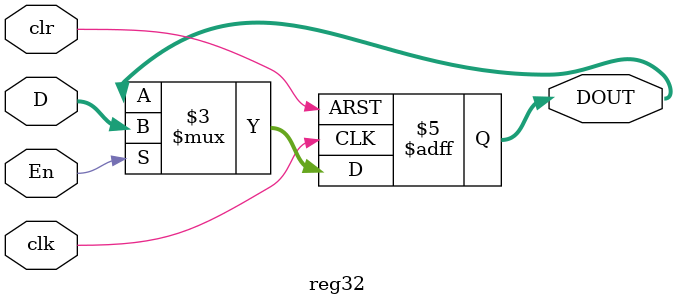
<source format=v>
module reg32 ( clr ,clk ,DOUT ,D , En); 
input wire clr ; 
input wire clk ; 
input wire En;
input wire [31:0] D ;  
output reg [31:0] DOUT ; 

always @ ( negedge clk or posedge clr) 
begin 
    if (clr==1)
			begin
			DOUT <= 0;
			end
    else 
		begin
		if(En)
			begin
			DOUT <= D ;
			end
		else
			;
		end
			
end 
endmodule

</source>
